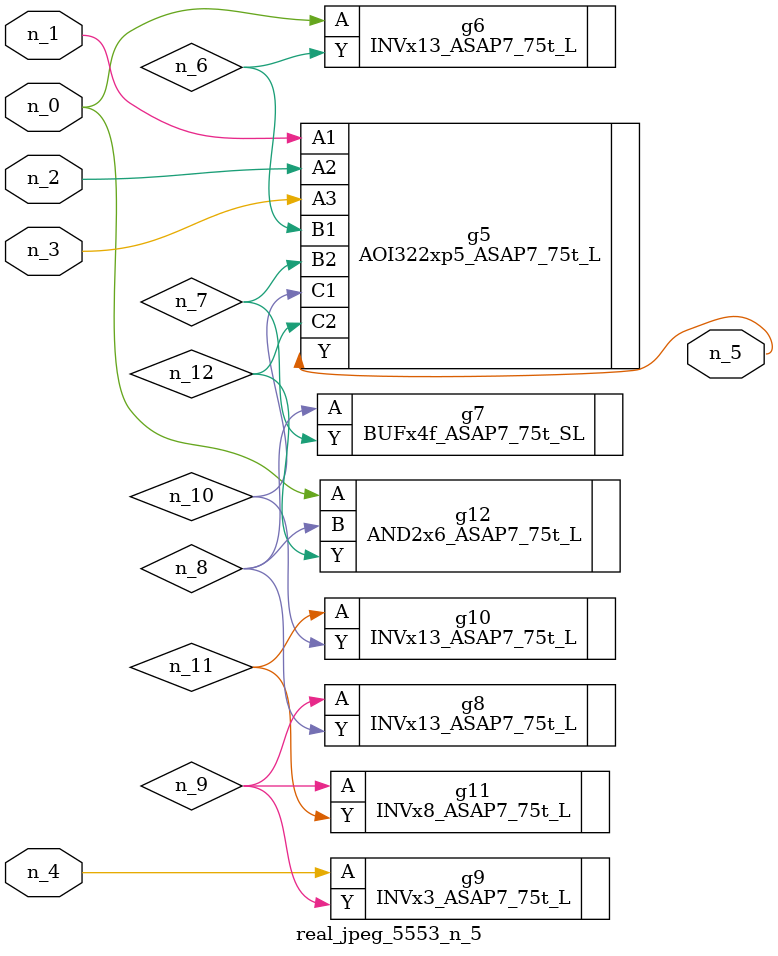
<source format=v>
module real_jpeg_5553_n_5 (n_4, n_0, n_1, n_2, n_3, n_5);

input n_4;
input n_0;
input n_1;
input n_2;
input n_3;

output n_5;

wire n_12;
wire n_8;
wire n_11;
wire n_6;
wire n_7;
wire n_10;
wire n_9;

INVx13_ASAP7_75t_L g6 ( 
.A(n_0),
.Y(n_6)
);

AND2x6_ASAP7_75t_L g12 ( 
.A(n_0),
.B(n_8),
.Y(n_12)
);

AOI322xp5_ASAP7_75t_L g5 ( 
.A1(n_1),
.A2(n_2),
.A3(n_3),
.B1(n_6),
.B2(n_7),
.C1(n_10),
.C2(n_12),
.Y(n_5)
);

INVx3_ASAP7_75t_L g9 ( 
.A(n_4),
.Y(n_9)
);

BUFx4f_ASAP7_75t_SL g7 ( 
.A(n_8),
.Y(n_7)
);

INVx13_ASAP7_75t_L g8 ( 
.A(n_9),
.Y(n_8)
);

INVx8_ASAP7_75t_L g11 ( 
.A(n_9),
.Y(n_11)
);

INVx13_ASAP7_75t_L g10 ( 
.A(n_11),
.Y(n_10)
);


endmodule
</source>
